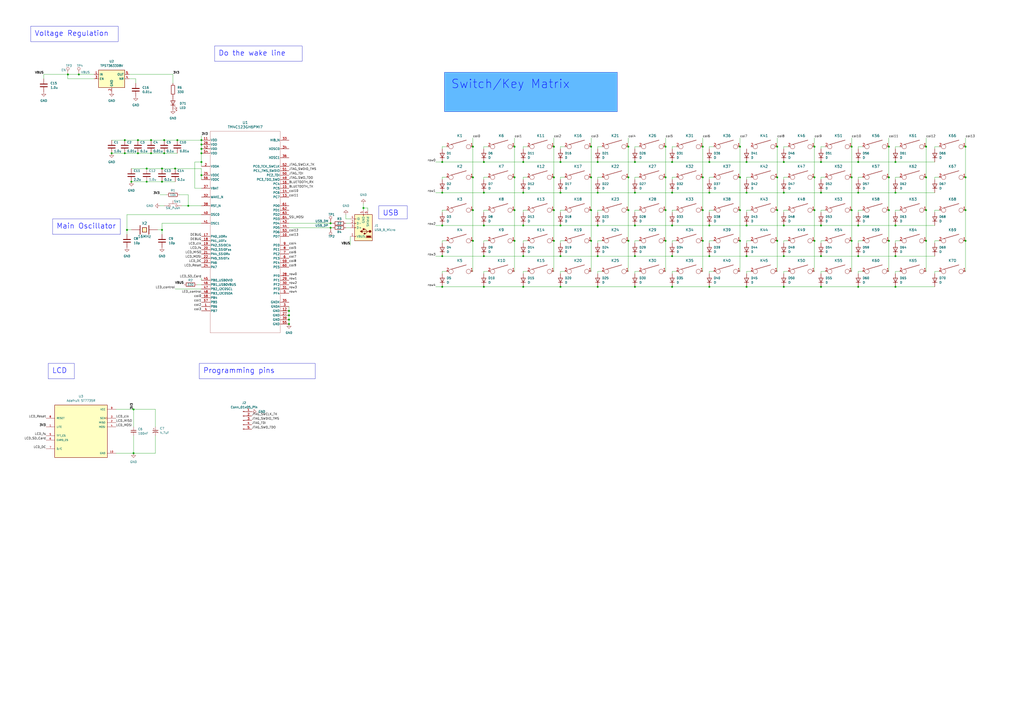
<source format=kicad_sch>
(kicad_sch (version 20230121) (generator eeschema)
  (paper "A2")
  (junction (at 274.32 85.09))
  (junction (at 346.71 111.76))
  (junction (at 472.44 85.09))
  (junction (at 519.43 166.37))
  (junction (at 346.71 166.37))
  (junction (at 537.21 139.7))
  (junction (at 386.08 121.92))
  (junction (at 368.3 148.59))
  (junction (at 497.84 111.76))
  (junction (at 450.85 85.09))
  (junction (at 39.37 43.18))
  (junction (at 389.89 166.37))
  (junction (at 321.31 121.92))
  (junction (at 364.49 121.92))
  (junction (at 116.84 93.98))
  (junction (at 494.03 102.87))
  (junction (at 497.84 93.98))
  (junction (at 494.03 85.09))
  (junction (at 389.89 148.59))
  (junction (at 342.9 102.87))
  (junction (at 303.53 166.37))
  (junction (at 476.25 111.76))
  (junction (at 256.54 111.76))
  (junction (at 101.6 97.79))
  (junction (at 102.87 81.28))
  (junction (at 515.62 121.92))
  (junction (at 325.12 111.76))
  (junction (at 433.07 130.81))
  (junction (at 433.07 148.59))
  (junction (at 93.98 105.41))
  (junction (at 411.48 93.98))
  (junction (at 280.67 148.59))
  (junction (at 560.07 85.09))
  (junction (at 560.07 102.87))
  (junction (at 454.66 166.37))
  (junction (at 77.47 237.49))
  (junction (at 537.21 85.09))
  (junction (at 280.67 111.76))
  (junction (at 472.44 102.87))
  (junction (at 537.21 102.87))
  (junction (at 346.71 130.81))
  (junction (at 515.62 102.87))
  (junction (at 429.26 85.09))
  (junction (at 346.71 93.98))
  (junction (at 116.84 81.28))
  (junction (at 116.84 83.82))
  (junction (at 386.08 102.87))
  (junction (at 411.48 166.37))
  (junction (at 321.31 139.7))
  (junction (at 325.12 148.59))
  (junction (at 342.9 85.09))
  (junction (at 116.84 86.36))
  (junction (at 407.67 139.7))
  (junction (at 280.67 130.81))
  (junction (at 303.53 93.98))
  (junction (at 93.98 133.35))
  (junction (at 407.67 85.09))
  (junction (at 274.32 102.87))
  (junction (at 519.43 111.76))
  (junction (at 116.84 101.6))
  (junction (at 476.25 93.98))
  (junction (at 476.25 130.81))
  (junction (at 411.48 130.81))
  (junction (at 342.9 139.7))
  (junction (at 167.64 180.34))
  (junction (at 476.25 148.59))
  (junction (at 256.54 148.59))
  (junction (at 298.45 139.7))
  (junction (at 454.66 148.59))
  (junction (at 95.25 81.28))
  (junction (at 325.12 130.81))
  (junction (at 191.77 129.54))
  (junction (at 407.67 121.92))
  (junction (at 364.49 85.09))
  (junction (at 386.08 139.7))
  (junction (at 303.53 111.76))
  (junction (at 450.85 121.92))
  (junction (at 364.49 139.7))
  (junction (at 411.48 111.76))
  (junction (at 191.77 132.08))
  (junction (at 389.89 93.98))
  (junction (at 76.2 105.41))
  (junction (at 429.26 139.7))
  (junction (at 95.25 88.9))
  (junction (at 72.39 81.28))
  (junction (at 303.53 148.59))
  (junction (at 325.12 93.98))
  (junction (at 450.85 102.87))
  (junction (at 85.09 105.41))
  (junction (at 274.32 139.7))
  (junction (at 411.48 148.59))
  (junction (at 433.07 111.76))
  (junction (at 472.44 139.7))
  (junction (at 519.43 93.98))
  (junction (at 519.43 130.81))
  (junction (at 93.98 97.79))
  (junction (at 346.71 148.59))
  (junction (at 64.77 88.9))
  (junction (at 450.85 139.7))
  (junction (at 298.45 102.87))
  (junction (at 494.03 121.92))
  (junction (at 298.45 85.09))
  (junction (at 303.53 130.81))
  (junction (at 368.3 93.98))
  (junction (at 537.21 121.92))
  (junction (at 256.54 93.98))
  (junction (at 364.49 102.87))
  (junction (at 116.84 88.9))
  (junction (at 167.64 182.88))
  (junction (at 497.84 166.37))
  (junction (at 87.63 81.28))
  (junction (at 497.84 148.59))
  (junction (at 368.3 166.37))
  (junction (at 368.3 111.76))
  (junction (at 87.63 88.9))
  (junction (at 368.3 130.81))
  (junction (at 85.09 97.79))
  (junction (at 454.66 130.81))
  (junction (at 389.89 130.81))
  (junction (at 210.82 120.65))
  (junction (at 429.26 102.87))
  (junction (at 298.45 121.92))
  (junction (at 280.67 166.37))
  (junction (at 515.62 139.7))
  (junction (at 515.62 85.09))
  (junction (at 73.66 133.35))
  (junction (at 560.07 139.7))
  (junction (at 280.67 93.98))
  (junction (at 256.54 166.37))
  (junction (at 167.64 185.42))
  (junction (at 476.25 166.37))
  (junction (at 77.47 262.89))
  (junction (at 497.84 130.81))
  (junction (at 321.31 102.87))
  (junction (at 407.67 102.87))
  (junction (at 72.39 88.9))
  (junction (at 472.44 121.92))
  (junction (at 389.89 111.76))
  (junction (at 274.32 121.92))
  (junction (at 433.07 93.98))
  (junction (at 454.66 111.76))
  (junction (at 560.07 121.92))
  (junction (at 45.72 43.18))
  (junction (at 494.03 139.7))
  (junction (at 321.31 85.09))
  (junction (at 80.01 81.28))
  (junction (at 256.54 130.81))
  (junction (at 325.12 166.37))
  (junction (at 433.07 166.37))
  (junction (at 429.26 121.92))
  (junction (at 167.64 187.96))
  (junction (at 109.22 119.38))
  (junction (at 519.43 148.59))
  (junction (at 342.9 121.92))
  (junction (at 386.08 85.09))
  (junction (at 454.66 93.98))
  (junction (at 80.01 88.9))
  (wire (pts (xy 542.29 102.87) (xy 544.83 102.87)))
  (wire (pts (xy 325.12 130.81) (xy 346.71 130.81)))
  (wire (pts (xy 256.54 93.98) (xy 280.67 93.98)))
  (wire (pts (xy 497.84 158.75) (xy 497.84 157.48)))
  (wire (pts (xy 497.84 121.92) (xy 500.38 121.92)))
  (wire (pts (xy 303.53 139.7) (xy 306.07 139.7)))
  (wire (pts (xy 386.08 102.87) (xy 386.08 121.92)))
  (wire (pts (xy 454.66 130.81) (xy 476.25 130.81)))
  (wire (pts (xy 407.67 121.92) (xy 407.67 139.7)))
  (wire (pts (xy 303.53 140.97) (xy 303.53 139.7)))
  (wire (pts (xy 411.48 139.7) (xy 414.02 139.7)))
  (wire (pts (xy 537.21 102.87) (xy 537.21 121.92)))
  (wire (pts (xy 433.07 130.81) (xy 454.66 130.81)))
  (wire (pts (xy 109.22 119.38) (xy 109.22 113.03)))
  (wire (pts (xy 80.01 88.9) (xy 87.63 88.9)))
  (wire (pts (xy 321.31 80.01) (xy 321.31 85.09)))
  (wire (pts (xy 537.21 121.92) (xy 537.21 139.7)))
  (wire (pts (xy 298.45 85.09) (xy 298.45 102.87)))
  (wire (pts (xy 346.71 148.59) (xy 368.3 148.59)))
  (wire (pts (xy 100.33 48.26) (xy 100.33 43.18)))
  (wire (pts (xy 454.66 121.92) (xy 457.2 121.92)))
  (wire (pts (xy 191.77 132.08) (xy 193.04 132.08)))
  (wire (pts (xy 476.25 121.92) (xy 478.79 121.92)))
  (wire (pts (xy 497.84 93.98) (xy 519.43 93.98)))
  (wire (pts (xy 519.43 86.36) (xy 519.43 85.09)))
  (wire (pts (xy 73.66 124.46) (xy 116.84 124.46)))
  (wire (pts (xy 454.66 85.09) (xy 457.2 85.09)))
  (wire (pts (xy 100.33 43.18) (xy 74.93 43.18)))
  (wire (pts (xy 256.54 121.92) (xy 259.08 121.92)))
  (wire (pts (xy 303.53 93.98) (xy 325.12 93.98)))
  (wire (pts (xy 364.49 121.92) (xy 364.49 139.7)))
  (wire (pts (xy 346.71 166.37) (xy 368.3 166.37)))
  (wire (pts (xy 167.64 180.34) (xy 167.64 182.88)))
  (wire (pts (xy 407.67 139.7) (xy 407.67 157.48)))
  (wire (pts (xy 325.12 166.37) (xy 346.71 166.37)))
  (wire (pts (xy 87.63 81.28) (xy 95.25 81.28)))
  (wire (pts (xy 210.82 118.11) (xy 210.82 120.65)))
  (wire (pts (xy 542.29 123.19) (xy 542.29 121.92)))
  (wire (pts (xy 321.31 139.7) (xy 321.31 157.48)))
  (wire (pts (xy 515.62 102.87) (xy 515.62 121.92)))
  (wire (pts (xy 364.49 85.09) (xy 364.49 102.87)))
  (wire (pts (xy 325.12 93.98) (xy 346.71 93.98)))
  (wire (pts (xy 497.84 148.59) (xy 519.43 148.59)))
  (wire (pts (xy 325.12 157.48) (xy 327.66 157.48)))
  (wire (pts (xy 411.48 85.09) (xy 414.02 85.09)))
  (wire (pts (xy 497.84 130.81) (xy 519.43 130.81)))
  (wire (pts (xy 433.07 121.92) (xy 435.61 121.92)))
  (wire (pts (xy 321.31 102.87) (xy 321.31 121.92)))
  (wire (pts (xy 45.72 43.18) (xy 39.37 43.18)))
  (wire (pts (xy 494.03 80.01) (xy 494.03 85.09)))
  (wire (pts (xy 411.48 102.87) (xy 414.02 102.87)))
  (wire (pts (xy 39.37 45.72) (xy 39.37 43.18)))
  (wire (pts (xy 411.48 104.14) (xy 411.48 102.87)))
  (wire (pts (xy 542.29 86.36) (xy 542.29 85.09)))
  (wire (pts (xy 325.12 111.76) (xy 346.71 111.76)))
  (wire (pts (xy 280.67 158.75) (xy 280.67 157.48)))
  (wire (pts (xy 368.3 104.14) (xy 368.3 102.87)))
  (wire (pts (xy 256.54 139.7) (xy 259.08 139.7)))
  (wire (pts (xy 321.31 121.92) (xy 321.31 139.7)))
  (wire (pts (xy 95.25 81.28) (xy 102.87 81.28)))
  (wire (pts (xy 411.48 86.36) (xy 411.48 85.09)))
  (wire (pts (xy 386.08 85.09) (xy 386.08 102.87)))
  (wire (pts (xy 90.17 247.65) (xy 90.17 237.49)))
  (wire (pts (xy 411.48 166.37) (xy 433.07 166.37)))
  (wire (pts (xy 497.84 166.37) (xy 519.43 166.37)))
  (wire (pts (xy 497.84 140.97) (xy 497.84 139.7)))
  (wire (pts (xy 433.07 93.98) (xy 454.66 93.98)))
  (wire (pts (xy 497.84 123.19) (xy 497.84 121.92)))
  (wire (pts (xy 256.54 111.76) (xy 280.67 111.76)))
  (wire (pts (xy 454.66 139.7) (xy 457.2 139.7)))
  (wire (pts (xy 389.89 123.19) (xy 389.89 121.92)))
  (wire (pts (xy 78.74 45.72) (xy 78.74 48.26)))
  (wire (pts (xy 476.25 86.36) (xy 476.25 85.09)))
  (wire (pts (xy 73.66 133.35) (xy 73.66 135.89)))
  (wire (pts (xy 346.71 86.36) (xy 346.71 85.09)))
  (wire (pts (xy 325.12 85.09) (xy 327.66 85.09)))
  (wire (pts (xy 346.71 93.98) (xy 368.3 93.98)))
  (wire (pts (xy 167.64 129.54) (xy 191.77 129.54)))
  (wire (pts (xy 93.98 133.35) (xy 93.98 135.89)))
  (wire (pts (xy 303.53 104.14) (xy 303.53 102.87)))
  (wire (pts (xy 476.25 93.98) (xy 497.84 93.98)))
  (wire (pts (xy 389.89 166.37) (xy 411.48 166.37)))
  (wire (pts (xy 116.84 97.79) (xy 101.6 97.79)))
  (wire (pts (xy 368.3 102.87) (xy 370.84 102.87)))
  (wire (pts (xy 252.73 130.81) (xy 256.54 130.81)))
  (wire (pts (xy 90.17 237.49) (xy 77.47 237.49)))
  (wire (pts (xy 303.53 157.48) (xy 306.07 157.48)))
  (wire (pts (xy 256.54 85.09) (xy 259.08 85.09)))
  (wire (pts (xy 472.44 85.09) (xy 472.44 102.87)))
  (wire (pts (xy 368.3 148.59) (xy 389.89 148.59)))
  (wire (pts (xy 364.49 102.87) (xy 364.49 121.92)))
  (wire (pts (xy 450.85 85.09) (xy 450.85 102.87)))
  (wire (pts (xy 85.09 97.79) (xy 93.98 97.79)))
  (wire (pts (xy 256.54 86.36) (xy 256.54 85.09)))
  (wire (pts (xy 389.89 158.75) (xy 389.89 157.48)))
  (wire (pts (xy 433.07 158.75) (xy 433.07 157.48)))
  (wire (pts (xy 476.25 139.7) (xy 478.79 139.7)))
  (wire (pts (xy 342.9 80.01) (xy 342.9 85.09)))
  (wire (pts (xy 64.77 81.28) (xy 72.39 81.28)))
  (wire (pts (xy 303.53 102.87) (xy 306.07 102.87)))
  (wire (pts (xy 298.45 80.01) (xy 298.45 85.09)))
  (wire (pts (xy 256.54 140.97) (xy 256.54 139.7)))
  (wire (pts (xy 91.44 133.35) (xy 93.98 133.35)))
  (wire (pts (xy 411.48 130.81) (xy 433.07 130.81)))
  (wire (pts (xy 325.12 121.92) (xy 327.66 121.92)))
  (wire (pts (xy 454.66 148.59) (xy 476.25 148.59)))
  (wire (pts (xy 116.84 109.22) (xy 113.03 109.22)))
  (wire (pts (xy 537.21 85.09) (xy 537.21 102.87)))
  (wire (pts (xy 560.07 102.87) (xy 560.07 121.92)))
  (wire (pts (xy 101.6 167.64) (xy 116.84 167.64)))
  (wire (pts (xy 429.26 85.09) (xy 429.26 102.87)))
  (wire (pts (xy 303.53 86.36) (xy 303.53 85.09)))
  (wire (pts (xy 519.43 123.19) (xy 519.43 121.92)))
  (wire (pts (xy 433.07 157.48) (xy 435.61 157.48)))
  (wire (pts (xy 368.3 86.36) (xy 368.3 85.09)))
  (wire (pts (xy 256.54 130.81) (xy 280.67 130.81)))
  (wire (pts (xy 39.37 43.18) (xy 25.4 43.18)))
  (wire (pts (xy 519.43 158.75) (xy 519.43 157.48)))
  (wire (pts (xy 411.48 123.19) (xy 411.48 121.92)))
  (wire (pts (xy 113.03 93.98) (xy 116.84 93.98)))
  (wire (pts (xy 497.84 111.76) (xy 519.43 111.76)))
  (wire (pts (xy 515.62 121.92) (xy 515.62 139.7)))
  (wire (pts (xy 386.08 121.92) (xy 386.08 139.7)))
  (wire (pts (xy 368.3 121.92) (xy 370.84 121.92)))
  (wire (pts (xy 342.9 102.87) (xy 342.9 121.92)))
  (wire (pts (xy 368.3 123.19) (xy 368.3 121.92)))
  (wire (pts (xy 346.71 102.87) (xy 349.25 102.87)))
  (wire (pts (xy 298.45 102.87) (xy 298.45 121.92)))
  (wire (pts (xy 560.07 80.01) (xy 560.07 85.09)))
  (wire (pts (xy 167.64 185.42) (xy 167.64 187.96)))
  (wire (pts (xy 368.3 166.37) (xy 389.89 166.37)))
  (wire (pts (xy 407.67 102.87) (xy 407.67 121.92)))
  (wire (pts (xy 368.3 157.48) (xy 370.84 157.48)))
  (wire (pts (xy 346.71 111.76) (xy 368.3 111.76)))
  (wire (pts (xy 90.17 262.89) (xy 77.47 262.89)))
  (wire (pts (xy 116.84 93.98) (xy 116.84 96.52)))
  (wire (pts (xy 497.84 86.36) (xy 497.84 85.09)))
  (wire (pts (xy 519.43 121.92) (xy 521.97 121.92)))
  (wire (pts (xy 303.53 111.76) (xy 325.12 111.76)))
  (wire (pts (xy 274.32 85.09) (xy 274.32 102.87)))
  (wire (pts (xy 25.4 43.18) (xy 25.4 45.72)))
  (wire (pts (xy 93.98 97.79) (xy 101.6 97.79)))
  (wire (pts (xy 256.54 102.87) (xy 259.08 102.87)))
  (wire (pts (xy 213.36 120.65) (xy 210.82 120.65)))
  (wire (pts (xy 411.48 93.98) (xy 433.07 93.98)))
  (wire (pts (xy 325.12 123.19) (xy 325.12 121.92)))
  (wire (pts (xy 54.61 43.18) (xy 45.72 43.18)))
  (wire (pts (xy 167.64 177.8) (xy 167.64 180.34)))
  (wire (pts (xy 537.21 80.01) (xy 537.21 85.09)))
  (wire (pts (xy 389.89 148.59) (xy 411.48 148.59)))
  (wire (pts (xy 389.89 157.48) (xy 392.43 157.48)))
  (wire (pts (xy 515.62 139.7) (xy 515.62 157.48)))
  (wire (pts (xy 274.32 102.87) (xy 274.32 121.92)))
  (wire (pts (xy 346.71 139.7) (xy 349.25 139.7)))
  (wire (pts (xy 472.44 139.7) (xy 472.44 157.48)))
  (wire (pts (xy 515.62 80.01) (xy 515.62 85.09)))
  (wire (pts (xy 280.67 157.48) (xy 283.21 157.48)))
  (wire (pts (xy 303.53 130.81) (xy 325.12 130.81)))
  (wire (pts (xy 116.84 101.6) (xy 116.84 97.79)))
  (wire (pts (xy 411.48 148.59) (xy 433.07 148.59)))
  (wire (pts (xy 454.66 157.48) (xy 457.2 157.48)))
  (wire (pts (xy 280.67 130.81) (xy 303.53 130.81)))
  (wire (pts (xy 76.2 97.79) (xy 85.09 97.79)))
  (wire (pts (xy 519.43 130.81) (xy 542.29 130.81)))
  (wire (pts (xy 494.03 139.7) (xy 494.03 157.48)))
  (wire (pts (xy 368.3 93.98) (xy 389.89 93.98)))
  (wire (pts (xy 72.39 81.28) (xy 80.01 81.28)))
  (wire (pts (xy 200.66 127) (xy 200.66 124.46)))
  (wire (pts (xy 542.29 139.7) (xy 544.83 139.7)))
  (wire (pts (xy 454.66 111.76) (xy 476.25 111.76)))
  (wire (pts (xy 411.48 121.92) (xy 414.02 121.92)))
  (wire (pts (xy 54.61 45.72) (xy 39.37 45.72)))
  (wire (pts (xy 429.26 102.87) (xy 429.26 121.92)))
  (wire (pts (xy 116.84 86.36) (xy 116.84 88.9)))
  (wire (pts (xy 342.9 85.09) (xy 342.9 102.87)))
  (wire (pts (xy 411.48 140.97) (xy 411.48 139.7)))
  (wire (pts (xy 450.85 102.87) (xy 450.85 121.92)))
  (wire (pts (xy 113.03 109.22) (xy 113.03 93.98)))
  (wire (pts (xy 280.67 140.97) (xy 280.67 139.7)))
  (wire (pts (xy 274.32 80.01) (xy 274.32 85.09)))
  (wire (pts (xy 433.07 104.14) (xy 433.07 102.87)))
  (wire (pts (xy 73.66 133.35) (xy 73.66 124.46)))
  (wire (pts (xy 256.54 148.59) (xy 280.67 148.59)))
  (wire (pts (xy 256.54 158.75) (xy 256.54 157.48)))
  (wire (pts (xy 325.12 104.14) (xy 325.12 102.87)))
  (wire (pts (xy 429.26 121.92) (xy 429.26 139.7)))
  (wire (pts (xy 280.67 148.59) (xy 303.53 148.59)))
  (wire (pts (xy 325.12 86.36) (xy 325.12 85.09)))
  (wire (pts (xy 450.85 139.7) (xy 450.85 157.48)))
  (wire (pts (xy 116.84 78.74) (xy 116.84 81.28)))
  (wire (pts (xy 274.32 121.92) (xy 274.32 139.7)))
  (wire (pts (xy 303.53 158.75) (xy 303.53 157.48)))
  (wire (pts (xy 346.71 140.97) (xy 346.71 139.7)))
  (wire (pts (xy 80.01 81.28) (xy 87.63 81.28)))
  (wire (pts (xy 252.73 93.98) (xy 256.54 93.98)))
  (wire (pts (xy 116.84 161.29) (xy 116.84 162.56)))
  (wire (pts (xy 72.39 88.9) (xy 80.01 88.9)))
  (wire (pts (xy 472.44 102.87) (xy 472.44 121.92)))
  (wire (pts (xy 280.67 104.14) (xy 280.67 102.87)))
  (wire (pts (xy 519.43 166.37) (xy 542.29 166.37)))
  (wire (pts (xy 519.43 104.14) (xy 519.43 102.87)))
  (wire (pts (xy 76.2 133.35) (xy 73.66 133.35)))
  (wire (pts (xy 116.84 88.9) (xy 116.84 93.98)))
  (wire (pts (xy 454.66 140.97) (xy 454.66 139.7)))
  (wire (pts (xy 537.21 139.7) (xy 537.21 157.48)))
  (wire (pts (xy 454.66 166.37) (xy 476.25 166.37)))
  (wire (pts (xy 497.84 157.48) (xy 500.38 157.48)))
  (wire (pts (xy 560.07 121.92) (xy 560.07 139.7)))
  (wire (pts (xy 280.67 139.7) (xy 283.21 139.7)))
  (wire (pts (xy 364.49 80.01) (xy 364.49 85.09)))
  (wire (pts (xy 368.3 158.75) (xy 368.3 157.48)))
  (wire (pts (xy 497.84 104.14) (xy 497.84 102.87)))
  (wire (pts (xy 433.07 139.7) (xy 435.61 139.7)))
  (wire (pts (xy 389.89 104.14) (xy 389.89 102.87)))
  (wire (pts (xy 497.84 139.7) (xy 500.38 139.7)))
  (wire (pts (xy 256.54 166.37) (xy 280.67 166.37)))
  (wire (pts (xy 303.53 166.37) (xy 325.12 166.37)))
  (wire (pts (xy 85.09 105.41) (xy 93.98 105.41)))
  (wire (pts (xy 407.67 80.01) (xy 407.67 85.09)))
  (wire (pts (xy 342.9 121.92) (xy 342.9 139.7)))
  (wire (pts (xy 519.43 139.7) (xy 521.97 139.7)))
  (wire (pts (xy 346.71 85.09) (xy 349.25 85.09)))
  (wire (pts (xy 346.71 121.92) (xy 349.25 121.92)))
  (wire (pts (xy 280.67 123.19) (xy 280.67 121.92)))
  (wire (pts (xy 303.53 121.92) (xy 306.07 121.92)))
  (wire (pts (xy 389.89 140.97) (xy 389.89 139.7)))
  (wire (pts (xy 433.07 111.76) (xy 454.66 111.76)))
  (wire (pts (xy 429.26 139.7) (xy 429.26 157.48)))
  (wire (pts (xy 303.53 123.19) (xy 303.53 121.92)))
  (wire (pts (xy 389.89 139.7) (xy 392.43 139.7)))
  (wire (pts (xy 476.25 104.14) (xy 476.25 102.87)))
  (wire (pts (xy 77.47 237.49) (xy 77.47 247.65)))
  (wire (pts (xy 454.66 86.36) (xy 454.66 85.09)))
  (wire (pts (xy 476.25 130.81) (xy 497.84 130.81)))
  (wire (pts (xy 515.62 85.09) (xy 515.62 102.87)))
  (wire (pts (xy 167.64 182.88) (xy 167.64 185.42)))
  (wire (pts (xy 389.89 121.92) (xy 392.43 121.92)))
  (wire (pts (xy 200.66 132.08) (xy 203.2 132.08)))
  (wire (pts (xy 280.67 102.87) (xy 283.21 102.87)))
  (wire (pts (xy 303.53 148.59) (xy 325.12 148.59)))
  (wire (pts (xy 433.07 140.97) (xy 433.07 139.7)))
  (wire (pts (xy 67.31 237.49) (xy 77.47 237.49)))
  (wire (pts (xy 321.31 85.09) (xy 321.31 102.87)))
  (wire (pts (xy 116.84 81.28) (xy 116.84 83.82)))
  (wire (pts (xy 280.67 93.98) (xy 303.53 93.98)))
  (wire (pts (xy 210.82 120.65) (xy 210.82 121.92)))
  (wire (pts (xy 93.98 133.35) (xy 93.98 129.54)))
  (wire (pts (xy 542.29 85.09) (xy 544.83 85.09)))
  (wire (pts (xy 476.25 166.37) (xy 497.84 166.37)))
  (wire (pts (xy 280.67 85.09) (xy 283.21 85.09)))
  (wire (pts (xy 454.66 123.19) (xy 454.66 121.92)))
  (wire (pts (xy 76.2 105.41) (xy 85.09 105.41)))
  (wire (pts (xy 342.9 139.7) (xy 342.9 157.48)))
  (wire (pts (xy 95.25 88.9) (xy 102.87 88.9)))
  (wire (pts (xy 102.87 81.28) (xy 116.84 81.28)))
  (wire (pts (xy 256.54 123.19) (xy 256.54 121.92)))
  (wire (pts (xy 389.89 93.98) (xy 411.48 93.98)))
  (wire (pts (xy 450.85 121.92) (xy 450.85 139.7)))
  (wire (pts (xy 476.25 140.97) (xy 476.25 139.7)))
  (wire (pts (xy 454.66 102.87) (xy 457.2 102.87)))
  (wire (pts (xy 476.25 123.19) (xy 476.25 121.92)))
  (wire (pts (xy 368.3 111.76) (xy 389.89 111.76)))
  (wire (pts (xy 560.07 85.09) (xy 560.07 102.87)))
  (wire (pts (xy 203.2 137.16) (xy 203.2 142.24)))
  (wire (pts (xy 542.29 157.48) (xy 544.83 157.48)))
  (wire (pts (xy 386.08 139.7) (xy 386.08 157.48)))
  (wire (pts (xy 476.25 148.59) (xy 497.84 148.59)))
  (wire (pts (xy 346.71 104.14) (xy 346.71 102.87)))
  (wire (pts (xy 389.89 85.09) (xy 392.43 85.09)))
  (wire (pts (xy 476.25 85.09) (xy 478.79 85.09)))
  (wire (pts (xy 476.25 102.87) (xy 478.79 102.87)))
  (wire (pts (xy 105.41 119.38) (xy 109.22 119.38)))
  (wire (pts (xy 519.43 93.98) (xy 542.29 93.98)))
  (wire (pts (xy 542.29 121.92) (xy 544.83 121.92)))
  (wire (pts (xy 280.67 86.36) (xy 280.67 85.09)))
  (wire (pts (xy 519.43 140.97) (xy 519.43 139.7)))
  (wire (pts (xy 346.71 158.75) (xy 346.71 157.48)))
  (wire (pts (xy 411.48 157.48) (xy 414.02 157.48)))
  (wire (pts (xy 368.3 130.81) (xy 389.89 130.81)))
  (wire (pts (xy 167.64 132.08) (xy 191.77 132.08)))
  (wire (pts (xy 542.29 158.75) (xy 542.29 157.48)))
  (wire (pts (xy 74.93 45.72) (xy 78.74 45.72)))
  (wire (pts (xy 252.73 111.76) (xy 256.54 111.76)))
  (wire (pts (xy 368.3 140.97) (xy 368.3 139.7)))
  (wire (pts (xy 519.43 157.48) (xy 521.97 157.48)))
  (wire (pts (xy 346.71 123.19) (xy 346.71 121.92)))
  (wire (pts (xy 256.54 104.14) (xy 256.54 102.87)))
  (wire (pts (xy 77.47 252.73) (xy 77.47 262.89)))
  (wire (pts (xy 274.32 139.7) (xy 274.32 157.48)))
  (wire (pts (xy 109.22 119.38) (xy 116.84 119.38)))
  (wire (pts (xy 542.29 104.14) (xy 542.29 102.87)))
  (wire (pts (xy 325.12 139.7) (xy 327.66 139.7)))
  (wire (pts (xy 256.54 157.48) (xy 259.08 157.48)))
  (wire (pts (xy 450.85 80.01) (xy 450.85 85.09)))
  (wire (pts (xy 325.12 102.87) (xy 327.66 102.87)))
  (wire (pts (xy 454.66 93.98) (xy 476.25 93.98)))
  (wire (pts (xy 116.84 83.82) (xy 116.84 86.36)))
  (wire (pts (xy 303.53 85.09) (xy 306.07 85.09)))
  (wire (pts (xy 472.44 80.01) (xy 472.44 85.09)))
  (wire (pts (xy 325.12 140.97) (xy 325.12 139.7)))
  (wire (pts (xy 542.29 140.97) (xy 542.29 139.7)))
  (wire (pts (xy 325.12 148.59) (xy 346.71 148.59)))
  (wire (pts (xy 411.48 158.75) (xy 411.48 157.48)))
  (wire (pts (xy 519.43 102.87) (xy 521.97 102.87)))
  (wire (pts (xy 298.45 121.92) (xy 298.45 139.7)))
  (wire (pts (xy 476.25 157.48) (xy 478.79 157.48)))
  (wire (pts (xy 476.25 111.76) (xy 497.84 111.76)))
  (wire (pts (xy 252.73 148.59) (xy 256.54 148.59)))
  (wire (pts (xy 429.26 80.01) (xy 429.26 85.09)))
  (wire (pts (xy 560.07 139.7) (xy 560.07 157.48)))
  (wire (pts (xy 87.63 88.9) (xy 95.25 88.9)))
  (wire (pts (xy 389.89 86.36) (xy 389.89 85.09)))
  (wire (pts (xy 454.66 104.14) (xy 454.66 102.87)))
  (wire (pts (xy 346.71 130.81) (xy 368.3 130.81)))
  (wire (pts (xy 389.89 130.81) (xy 411.48 130.81)))
  (wire (pts (xy 389.89 111.76) (xy 411.48 111.76)))
  (wire (pts (xy 90.17 252.73) (xy 90.17 262.89)))
  (wire (pts (xy 472.44 121.92) (xy 472.44 139.7)))
  (wire (pts (xy 64.77 88.9) (xy 72.39 88.9)))
  (wire (pts (xy 433.07 123.19) (xy 433.07 121.92)))
  (wire (pts (xy 386.08 80.01) (xy 386.08 85.09)))
  (wire (pts (xy 476.25 158.75) (xy 476.25 157.48)))
  (wire (pts (xy 280.67 166.37) (xy 303.53 166.37)))
  (wire (pts (xy 77.47 262.89) (xy 67.31 262.89)))
  (wire (pts (xy 519.43 148.59) (xy 542.29 148.59)))
  (wire (pts (xy 200.66 129.54) (xy 203.2 129.54)))
  (wire (pts (xy 497.84 102.87) (xy 500.38 102.87)))
  (wire (pts (xy 494.03 85.09) (xy 494.03 102.87)))
  (wire (pts (xy 433.07 102.87) (xy 435.61 102.87)))
  (wire (pts (xy 364.49 139.7) (xy 364.49 157.48)))
  (wire (pts (xy 411.48 111.76) (xy 433.07 111.76)))
  (wire (pts (xy 519.43 111.76) (xy 542.29 111.76)))
  (wire (pts (xy 346.71 157.48) (xy 349.25 157.48)))
  (wire (pts (xy 92.71 119.38) (xy 95.25 119.38)))
  (wire (pts (xy 497.84 85.09) (xy 500.38 85.09)))
  (wire (pts (xy 252.73 166.37) (xy 256.54 166.37)))
  (wire (pts (xy 191.77 129.54) (xy 193.04 129.54)))
  (wire (pts (xy 368.3 85.09) (xy 370.84 85.09)))
  (wire (pts (xy 407.67 85.09) (xy 407.67 102.87)))
  (wire (pts (xy 519.43 85.09) (xy 521.97 85.09)))
  (wire (pts (xy 213.36 121.92) (xy 213.36 120.65)))
  (wire (pts (xy 494.03 102.87) (xy 494.03 121.92)))
  (wire (pts (xy 92.71 113.03) (xy 96.52 113.03)))
  (wire (pts (xy 109.22 113.03) (xy 104.14 113.03)))
  (wire (pts (xy 116.84 101.6) (xy 116.84 104.14)))
  (wire (pts (xy 494.03 121.92) (xy 494.03 139.7)))
  (wire (pts (xy 325.12 158.75) (xy 325.12 157.48)))
  (wire (pts (xy 454.66 158.75) (xy 454.66 157.48)))
  (wire (pts (xy 93.98 129.54) (xy 116.84 129.54)))
  (wire (pts (xy 280.67 111.76) (xy 303.53 111.76)))
  (wire (pts (xy 433.07 166.37) (xy 454.66 166.37)))
  (wire (pts (xy 93.98 105.41) (xy 101.6 105.41)))
  (wire (pts (xy 368.3 139.7) (xy 370.84 139.7)))
  (wire (pts (xy 433.07 148.59) (xy 454.66 148.59)))
  (wire (pts (xy 203.2 127) (xy 200.66 127)))
  (wire (pts (xy 280.67 121.92) (xy 283.21 121.92)))
  (wire (pts (xy 389.89 102.87) (xy 392.43 102.87)))
  (wire (pts (xy 114.3 165.1) (xy 116.84 165.1)))
  (wire (pts (xy 298.45 139.7) (xy 298.45 157.48)))
  (text_box "Main Oscillator\n" (at 30.48 127 0) (size 39.37 8.89) (effects (font (size 3 3) (thickness 0.254) bold) (justify left top)))
  (text_box "Programming pins" (at 115.57 210.82 0) (size 67.31 8.89) (effects (font (size 3 3) (thickness 0.254) bold) (justify left top)))
  (text_box "USB" (at 219.71 119.38 0) (size 16.51 7.62) (effects (font (size 3 3) (thickness 0.254) bold) (justify left top)))
  (text_box "LCD" (at 27.94 210.82 0) (size 15.24 8.89) (effects (font (size 3 3) (thickness 0.254) bold) (justify left top)))
  (text_box "Voltage Regulation\n" (at 17.78 15.24 0) (size 50.8 8.89) (effects (font (size 3 3) (thickness 0.254) bold) (justify left top)))
  (text_box "Switch/Key Matrix\n" (at 257.81 41.91 0) (size 100.33 22.86) (fill (type color) (color 97 186 255 1)) (effects (font (size 5 5) (thickness 0.254) bold) (justify left top)))
  (text_box "Do the wake line\n" (at 124.46 26.67 0) (size 50.8 8.89) (effects (font (size 3 3) (thickness 0.254) bold) (justify left top)))
  (label "col9" (at 472.44 80.01 0))
  (label "col12" (at 537.21 80.01 0))
  (label "col7" (at 167.64 149.86 0))
  (label "row4" (at 252.73 166.37 180))
  (label "col6" (at 407.67 80.01 0))
  (label "JTAG_SWO_TDO" (at 146.05 248.92 0))
  (label "LCD_SD_Card" (at 116.84 161.29 180))
  (label "DEBUG" (at 116.84 139.7 180))
  (label "col3" (at 342.9 80.01 0))
  (label "LCD_SD_Card" (at 26.67 255.27 180))
  (label "col11" (at 167.64 114.3 0))
  (label "VBUS" (at 203.2 142.24 180) (effects (font (thickness 0.254) bold)))
  (label "col8" (at 450.85 80.01 0))
  (label "col12" (at 167.64 134.62 0))
  (label "JTAG_SWDIO_TMS" (at 146.05 243.84 0))
  (label "LCD_clk" (at 67.31 242.57 0))
  (label "LED_control" (at 116.84 170.18 180))
  (label "col0" (at 116.84 172.72 180))
  (label "3V3" (at 116.84 78.74 0) (effects (font bold)))
  (label "JTAG_TDI" (at 167.64 101.6 0))
  (label "row0" (at 167.64 160.02 0))
  (label "col9" (at 167.64 154.94 0))
  (label "LCD_MISO" (at 116.84 147.32 180))
  (label "col10" (at 167.64 111.76 0))
  (label "col13" (at 560.07 80.01 0))
  (label "col6" (at 167.64 147.32 0))
  (label "col3" (at 116.84 180.34 180))
  (label "LCD_Reset" (at 116.84 154.94 180))
  (label "row3" (at 167.64 167.64 0))
  (label "DEBUG" (at 116.84 137.16 180))
  (label "JTAG_SWCLK_TK" (at 146.05 241.3 0))
  (label "LCD_clk" (at 116.84 142.24 180))
  (label "col11" (at 515.62 80.01 0))
  (label "LCD_MISO" (at 67.31 245.11 0))
  (label "col5" (at 386.08 80.01 0))
  (label "col10" (at 494.03 80.01 0))
  (label "JTAG_SWO_TDO" (at 167.64 104.14 0))
  (label "col1" (at 298.45 80.01 0))
  (label "row2" (at 252.73 130.81 180))
  (label "3V3" (at 77.47 237.49 90) (effects (font bold)))
  (label "JTAG_SWCLK_TK" (at 167.64 96.52 0))
  (label "JTAG_TDI" (at 146.05 246.38 0))
  (label "LCD_DC" (at 26.67 260.35 180))
  (label "VBUS" (at 106.68 165.1 180) (effects (font (thickness 0.254) bold)))
  (label "LCD_fs" (at 26.67 252.73 180))
  (label "col13" (at 167.64 137.16 0))
  (label "col7" (at 429.26 80.01 0))
  (label "3V3" (at 92.71 113.03 180) (effects (font bold)))
  (label "LED_control" (at 101.6 167.64 180))
  (label "row3" (at 252.73 148.59 180))
  (label "col2" (at 116.84 177.8 180))
  (label "VBUS" (at 25.4 43.18 180) (effects (font (thickness 0.254) bold)))
  (label "BLUETOOTH_RX" (at 167.64 106.68 0))
  (label "row0" (at 252.73 93.98 180))
  (label "LCD_fs" (at 116.84 144.78 180))
  (label "3V3" (at 100.33 43.18 0) (effects (font bold)))
  (label "row1" (at 252.73 111.76 180))
  (label "col4" (at 364.49 80.01 0))
  (label "col8" (at 167.64 152.4 0))
  (label "col0" (at 274.32 80.01 0))
  (label "row2" (at 167.64 165.1 0))
  (label "col5" (at 167.64 144.78 0))
  (label "JTAG_SWDIO_TMS" (at 167.64 99.06 0))
  (label "SSI_MOSI" (at 167.64 127 0))
  (label "LCD_MOSI" (at 67.31 247.65 0))
  (label "LCD_DC" (at 116.84 152.4 180))
  (label "LCD_Reset" (at 26.67 242.57 180))
  (label "col2" (at 321.31 80.01 0))
  (label "col1" (at 116.84 175.26 180))
  (label "row1" (at 167.64 162.56 0))
  (label "col4" (at 167.64 142.24 0))
  (label "BLUETOOTH_TX" (at 167.64 109.22 0))
  (label "LCD_MOSI" (at 116.84 149.86 180))
  (label "3V3" (at 26.67 247.65 180) (effects (font bold)))
  (label "row4" (at 167.64 170.18 0))
  (symbol (lib_id "Device:D") (at 476.25 144.78 90) (unit 1)
    (property "Reference" "D54" (at 478.79 143.51 90) (effects (justify right)))
    (property "Value" "D" (at 478.79 146.05 90) (effects (justify right)))
    (property "Sim.Device" "D" (effects hide))
    (property "Sim.Pins" "1=K 2=A" (effects hide))
  )
  (symbol (lib_id "Device:D") (at 476.25 90.17 90) (unit 1)
    (property "Reference" "D51" (at 478.79 88.9 90) (effects (justify right)))
    (property "Value" "D" (at 478.79 91.44 90) (effects (justify right)))
    (property "Sim.Device" "D" (effects hide))
    (property "Sim.Pins" "1=K 2=A" (effects hide))
  )
  (symbol (lib_id "Device:D") (at 411.48 90.17 90) (unit 1)
    (property "Reference" "D36" (at 414.02 88.9 90) (effects (justify right)))
    (property "Value" "D" (at 414.02 91.44 90) (effects (justify right)))
    (property "Sim.Device" "D" (effects hide))
    (property "Sim.Pins" "1=K 2=A" (effects hide))
  )
  (symbol (lib_id "keyboard_parts:KEYSW") (at 400.05 85.09 0) (unit 1)
    (property "Reference" "K31" (at 400.05 78.74 0) (effects (font (size 1.524 1.524))))
    (property "Value" "KEYSW" (effects hide))
  )
  (symbol (lib_id "adafruit_st7735r:Adafruit ST7735R") (at 46.99 250.19 0) (unit 1)
    (property "Reference" "U3" (at 46.99 229.87 0))
    (property "Value" "Adafruit ST7735R" (at 46.99 232.41 0))
    (property "Footprint" "footprints:adafruit_st7735r" (effects hide))
    (property "Datasheet" "https://www.mouser.com/datasheet/2/737/ST7735R_V0_2-2489618.pdf" (effects hide))
    (property "Distributor" "Mouser" (effects hide))
    (property "Manufacturer" "Adafruit" (effects hide))
    (property "P/N" "358" (effects hide))
    (property "Cost" "19.95" (effects hide))
  )
  (symbol (lib_id "Device:D") (at 325.12 107.95 90) (unit 1)
    (property "Reference" "D17" (at 327.66 106.68 90) (effects (justify right)))
    (property "Value" "D" (at 327.66 109.22 90) (effects (justify right)))
    (property "Sim.Device" "D" (effects hide))
    (property "Sim.Pins" "1=K 2=A" (effects hide))
  )
  (symbol (lib_id "keyboard_parts:KEYSW") (at 443.23 157.48 0) (unit 1)
    (property "Reference" "K45" (at 443.23 151.13 0) (effects (font (size 1.524 1.524))))
    (property "Value" "KEYSW" (effects hide))
  )
  (symbol (lib_id "Device:C") (at 93.98 139.7 0) (unit 1)
    (property "Reference" "C9" (at 97.79 138.43 0) (effects (justify left)))
    (property "Value" "10p" (at 97.79 140.97 0) (effects (justify left)))
  )
  (symbol (lib_id "keyboard_parts:KEYSW") (at 290.83 139.7 0) (unit 1)
    (property "Reference" "K9" (at 290.83 133.35 0) (effects (font (size 1.524 1.524))))
    (property "Value" "KEYSW" (effects hide))
  )
  (symbol (lib_id "Connector:TestPoint") (at 191.77 129.54 0) (unit 1)
    (property "Reference" "TP1" (at 190.5 124.46 0) (effects (justify left)))
    (property "Value" "USB_DM" (at 182.88 128.27 0) (effects (justify left)))
  )
  (symbol (lib_id "Device:D") (at 280.67 127 90) (unit 1)
    (property "Reference" "D8" (at 283.21 125.73 90) (effects (justify right)))
    (property "Value" "D" (at 283.21 128.27 90) (effects (justify right)))
    (property "Sim.Device" "D" (effects hide))
    (property "Sim.Pins" "1=K 2=A" (effects hide))
  )
  (symbol (lib_id "Switch:SW_Push") (at 100.33 119.38 0) (unit 1)
    (property "Reference" "SW1" (at 102.87 116.84 0))
    (property "Value" "SW_Push" (at 100.33 120.65 0))
  )
  (symbol (lib_id "Device:D") (at 497.84 162.56 90) (unit 1)
    (property "Reference" "D60" (at 500.38 161.29 90) (effects (justify right)))
    (property "Value" "D" (at 500.38 163.83 90) (effects (justify right)))
    (property "Sim.Device" "D" (effects hide))
    (property "Sim.Pins" "1=K 2=A" (effects hide))
  )
  (symbol (lib_id "Connector:Conn_01x05_Pin") (at 140.97 243.84 0) (unit 1)
    (property "Reference" "J2" (at 141.605 233.68 0))
    (property "Value" "Conn_01x05_Pin" (at 141.605 236.22 0))
    (property "Footprint" "Connector_PinHeader_2.54mm:PinHeader_1x05_P2.54mm_Vertical" (effects hide))
  )
  (symbol (lib_id "Device:D") (at 454.66 162.56 90) (unit 1)
    (property "Reference" "D50" (at 457.2 161.29 90) (effects (justify right)))
    (property "Value" "D" (at 457.2 163.83 90) (effects (justify right)))
    (property "Sim.Device" "D" (effects hide))
    (property "Sim.Pins" "1=K 2=A" (effects hide))
  )
  (symbol (lib_id "Device:D") (at 519.43 107.95 90) (unit 1)
    (property "Reference" "D62" (at 521.97 106.68 90) (effects (justify right)))
    (property "Value" "D" (at 521.97 109.22 90) (effects (justify right)))
    (property "Sim.Device" "D" (effects hide))
    (property "Sim.Pins" "1=K 2=A" (effects hide))
  )
  (symbol (lib_id "Device:C") (at 93.98 101.6 0) (unit 1)
    (property "Reference" "C13" (at 95.25 99.06 0) (effects (justify left)))
    (property "Value" "0.1u" (at 95.25 104.14 0) (effects (justify left)))
  )
  (symbol (lib_id "Device:D") (at 389.89 107.95 90) (unit 1)
    (property "Reference" "D32" (at 392.43 106.68 90) (effects (justify right)))
    (property "Value" "D" (at 392.43 109.22 90) (effects (justify right)))
    (property "Sim.Device" "D" (effects hide))
    (property "Sim.Pins" "1=K 2=A" (effects hide))
  )
  (symbol (lib_id "Device:R") (at 110.49 165.1 90) (unit 1)
    (property "Reference" "R2" (at 110.49 162.56 90))
    (property "Value" "330" (at 110.49 165.1 90))
    (property "Footprint" "Resistor_SMD:R_0402_1005Metric" (effects hide))
  )
  (symbol (lib_id "Device:C") (at 87.63 85.09 0) (unit 1)
    (property "Reference" "C4" (at 88.9 82.55 0) (effects (justify left)))
    (property "Value" "0.01u" (at 88.9 87.63 0) (effects (justify left)))
  )
  (symbol (lib_id "Device:D") (at 497.84 127 90) (unit 1)
    (property "Reference" "D58" (at 500.38 125.73 90) (effects (justify right)))
    (property "Value" "D" (at 500.38 128.27 90) (effects (justify right)))
    (property "Sim.Device" "D" (effects hide))
    (property "Sim.Pins" "1=K 2=A" (effects hide))
  )
  (symbol (lib_id "power:GND") (at 76.2 105.41 0) (unit 1)
    (property "Reference" "#PWR08" (effects hide))
    (property "Value" "GND" (at 76.2 110.49 0))
  )
  (symbol (lib_id "Device:D") (at 519.43 127 90) (unit 1)
    (property "Reference" "D63" (at 521.97 125.73 90) (effects (justify right)))
    (property "Value" "D" (at 521.97 128.27 90) (effects (justify right)))
    (property "Sim.Device" "D" (effects hide))
    (property "Sim.Pins" "1=K 2=A" (effects hide))
  )
  (symbol (lib_id "Device:D") (at 542.29 162.56 90) (unit 1)
    (property "Reference" "D70" (at 544.83 161.29 90) (effects (justify right)))
    (property "Value" "D" (at 544.83 163.83 90) (effects (justify right)))
    (property "Sim.Device" "D" (effects hide))
    (property "Sim.Pins" "1=K 2=A" (effects hide))
  )
  (symbol (lib_id "Connector:TestPoint") (at 39.37 43.18 0) (unit 1)
    (property "Reference" "TP3" (at 38.1 38.1 0) (effects (justify left)))
    (property "Value" "EN" (at 35.56 40.64 0) (effects (justify left)))
  )
  (symbol (lib_id "Device:D") (at 280.67 90.17 90) (unit 1)
    (property "Reference" "D6" (at 283.21 88.9 90) (effects (justify right)))
    (property "Value" "D" (at 283.21 91.44 90) (effects (justify right)))
    (property "Sim.Device" "D" (effects hide))
    (property "Sim.Pins" "1=K 2=A" (effects hide))
  )
  (symbol (lib_id "Device:D") (at 303.53 107.95 90) (unit 1)
    (property "Reference" "D12" (at 306.07 106.68 90) (effects (justify right)))
    (property "Value" "D" (at 306.07 109.22 90) (effects (justify right)))
    (property "Sim.Device" "D" (effects hide))
    (property "Sim.Pins" "1=K 2=A" (effects hide))
  )
  (symbol (lib_id "Device:D") (at 368.3 107.95 90) (unit 1)
    (property "Reference" "D27" (at 370.84 106.68 90) (effects (justify right)))
    (property "Value" "D" (at 370.84 109.22 90) (effects (justify right)))
    (property "Sim.Device" "D" (effects hide))
    (property "Sim.Pins" "1=K 2=A" (effects hide))
  )
  (symbol (lib_id "keyboard_parts:KEYSW") (at 443.23 139.7 0) (unit 1)
    (property "Reference" "K44" (at 443.23 133.35 0) (effects (font (size 1.524 1.524))))
    (property "Value" "KEYSW" (effects hide))
  )
  (symbol (lib_id "Device:C") (at 25.4 49.53 0) (unit 1)
    (property "Reference" "C15" (at 29.21 48.26 0) (effects (justify left)))
    (property "Value" "1.0u" (at 29.21 50.8 0) (effects (justify left)))
    (property "Footprint" "Capacitor_SMD:C_0603_1608Metric_Pad1.08x0.95mm_HandSolder" (effects hide))
  )
  (symbol (lib_id "Device:D") (at 411.48 144.78 90) (unit 1)
    (property "Reference" "D39" (at 414.02 143.51 90) (effects (justify right)))
    (property "Value" "D" (at 414.02 146.05 90) (effects (justify right)))
    (property "Sim.Device" "D" (effects hide))
    (property "Sim.Pins" "1=K 2=A" (effects hide))
  )
  (symbol (lib_id "Device:R") (at 196.85 132.08 90) (unit 1)
    (property "Reference" "R4" (at 196.85 134.62 90))
    (property "Value" "22" (at 196.85 132.08 90))
    (property "Footprint" "Resistor_SMD:R_0402_1005Metric" (effects hide))
  )
  (symbol (lib_id "keyboard_parts:KEYSW") (at 421.64 139.7 0) (unit 1)
    (property "Reference" "K39" (at 421.64 133.35 0) (effects (font (size 1.524 1.524))))
    (property "Value" "KEYSW" (effects hide))
  )
  (symbol (lib_id "keyboard_parts:KEYSW") (at 400.05 157.48 0) (unit 1)
    (property "Reference" "K35" (at 400.05 151.13 0) (effects (font (size 1.524 1.524))))
    (property "Value" "KEYSW" (effects hide))
  )
  (symbol (lib_id "Device:D") (at 542.29 144.78 90) (unit 1)
    (property "Reference" "D69" (at 544.83 143.51 90) (effects (justify right)))
    (property "Value" "D" (at 544.83 146.05 90) (effects (justify right)))
    (property "Sim.Device" "D" (effects hide))
    (property "Sim.Pins" "1=K 2=A" (effects hide))
  )
  (symbol (lib_id "keyboard_parts:KEYSW") (at 464.82 85.09 0) (unit 1)
    (property "Reference" "K46" (at 464.82 78.74 0) (effects (font (size 1.524 1.524))))
    (property "Value" "KEYSW" (effects hide))
  )
  (symbol (lib_id "Device:C") (at 95.25 85.09 0) (unit 1)
    (property "Reference" "C5" (at 96.52 82.55 0) (effects (justify left)))
    (property "Value" "0.1u" (at 96.52 87.63 0) (effects (justify left)))
  )
  (symbol (lib_id "Device:R") (at 100.33 52.07 0) (unit 1)
    (property "Reference" "R6" (at 102.87 50.8 0) (effects (justify left)))
    (property "Value" "330" (at 102.87 53.34 0) (effects (justify left)))
    (property "Footprint" "Resistor_SMD:R_0402_1005Metric" (effects hide))
  )
  (symbol (lib_id "Device:LED") (at 100.33 59.69 90) (unit 1)
    (property "Reference" "D71" (at 104.14 60.0075 90) (effects (justify right)))
    (property "Value" "LED" (at 104.14 62.5475 90) (effects (justify right)))
  )
  (symbol (lib_id "keyboard_parts:KEYSW") (at 508 139.7 0) (unit 1)
    (property "Reference" "K59" (at 508 133.35 0) (effects (font (size 1.524 1.524))))
    (property "Value" "KEYSW" (effects hide))
  )
  (symbol (lib_id "Device:D") (at 368.3 162.56 90) (unit 1)
    (property "Reference" "D30" (at 370.84 161.29 90) (effects (justify right)))
    (property "Value" "D" (at 370.84 163.83 90) (effects (justify right)))
    (property "Sim.Device" "D" (effects hide))
    (property "Sim.Pins" "1=K 2=A" (effects hide))
  )
  (symbol (lib_id "Connector:TestPoint") (at 191.77 132.08 180) (unit 1)
    (property "Reference" "TP2" (at 190.5 137.16 0) (effects (justify right)))
    (property "Value" "USB_DP" (at 182.88 130.81 0) (effects (justify right)))
  )
  (symbol (lib_id "keyboard_parts:KEYSW") (at 421.64 121.92 0) (unit 1)
    (property "Reference" "K38" (at 421.64 115.57 0) (effects (font (size 1.524 1.524))))
    (property "Value" "KEYSW" (effects hide))
  )
  (symbol (lib_id "keyboard_parts:KEYSW") (at 378.46 102.87 0) (unit 1)
    (property "Reference" "K27" (at 378.46 96.52 0) (effects (font (size 1.524 1.524))))
    (property "Value" "KEYSW" (effects hide))
  )
  (symbol (lib_id "keyboard_parts:KEYSW") (at 313.69 102.87 0) (unit 1)
    (property "Reference" "K12" (at 313.69 96.52 0) (effects (font (size 1.524 1.524))))
    (property "Value" "KEYSW" (effects hide))
  )
  (symbol (lib_id "Device:D") (at 325.12 90.17 90) (unit 1)
    (property "Reference" "D16" (at 327.66 88.9 90) (effects (justify right)))
    (property "Value" "D" (at 327.66 91.44 90) (effects (justify right)))
    (property "Sim.Device" "D" (effects hide))
    (property "Sim.Pins" "1=K 2=A" (effects hide))
  )
  (symbol (lib_id "Regulator_Linear:TPS73633DBV") (at 64.77 45.72 0) (unit 1)
    (property "Reference" "U2" (at 64.77 35.56 0))
    (property "Value" "TPS73633DBV" (at 64.77 38.1 0))
    (property "Footprint" "Package_TO_SOT_SMD:SOT-23-5" (effects hide))
    (property "Datasheet" "http://www.ti.com/lit/ds/symlink/tps736.pdf" (effects hide))
  )
  (symbol (lib_id "power:GND") (at 146.05 238.76 90) (unit 1)
    (property "Reference" "#PWR014" (effects hide))
    (property "Value" "GND" (at 149.86 238.76 90) (effects (justify right)))
  )
  (symbol (lib_id "keyboard_parts:KEYSW") (at 313.69 121.92 0) (unit 1)
    (property "Reference" "K13" (at 313.69 115.57 0) (effects (font (size 1.524 1.524))))
    (property "Value" "KEYSW" (effects hide))
  )
  (symbol (lib_id "Device:D") (at 303.53 162.56 90) (unit 1)
    (property "Reference" "D15" (at 306.07 161.29 90) (effects (justify right)))
    (property "Value" "D" (at 306.07 163.83 90) (effects (justify right)))
    (property "Sim.Device" "D" (effects hide))
    (property "Sim.Pins" "1=K 2=A" (effects hide))
  )
  (symbol (lib_id "Device:D") (at 433.07 127 90) (unit 1)
    (property "Reference" "D43" (at 435.61 125.73 90) (effects (justify right)))
    (property "Value" "D" (at 435.61 128.27 90) (effects (justify right)))
    (property "Sim.Device" "D" (effects hide))
    (property "Sim.Pins" "1=K 2=A" (effects hide))
  )
  (symbol (lib_id "keyboard_parts:KEYSW") (at 266.7 85.09 0) (unit 1)
    (property "Reference" "K1" (at 266.7 78.74 0) (effects (font (size 1.524 1.524))))
    (property "Value" "KEYSW" (effects hide))
  )
  (symbol (lib_id "keyboard_parts:KEYSW") (at 290.83 157.48 0) (unit 1)
    (property "Reference" "K10" (at 290.83 151.13 0) (effects (font (size 1.524 1.524))))
    (property "Value" "KEYSW" (effects hide))
  )
  (symbol (lib_id "keyboard_parts:KEYSW") (at 443.23 85.09 0) (unit 1)
    (property "Reference" "K41" (at 443.23 78.74 0) (effects (font (size 1.524 1.524))))
    (property "Value" "KEYSW" (effects hide))
  )
  (symbol (lib_id "keyboard_parts:KEYSW") (at 400.05 102.87 0) (unit 1)
    (property "Reference" "K32" (at 400.05 96.52 0) (effects (font (size 1.524 1.524))))
    (property "Value" "KEYSW" (effects hide))
  )
  (symbol (lib_id "keyboard_parts:KEYSW") (at 529.59 157.48 0) (unit 1)
    (property "Reference" "K65" (at 529.59 151.13 0) (effects (font (size 1.524 1.524))))
    (property "Value" "KEYSW" (effects hide))
  )
  (symbol (lib_id "power:GND") (at 77.47 262.89 0) (unit 1)
    (property "Reference" "#PWR013" (effects hide))
    (property "Value" "GND" (at 77.47 267.97 0))
  )
  (symbol (lib_id "Device:D") (at 256.54 144.78 90) (unit 1)
    (property "Reference" "D4" (at 259.08 143.51 90) (effects (justify right)))
    (property "Value" "D" (at 259.08 146.05 90) (effects (justify right)))
    (property "Sim.Device" "D" (effects hide))
    (property "Sim.Pins" "1=K 2=A" (effects hide))
  )
  (symbol (lib_id "keyboard_parts:KEYSW") (at 356.87 121.92 0) (unit 1)
    (property "Reference" "K23" (at 356.87 115.57 0) (effects (font (size 1.524 1.524))))
    (property "Value" "KEYSW" (effects hide))
  )
  (symbol (lib_id "keyboard_parts:KEYSW") (at 552.45 121.92 0) (unit 1)
    (property "Reference" "K68" (at 552.45 115.57 0) (effects (font (size 1.524 1.524))))
    (property "Value" "KEYSW" (effects hide))
  )
  (symbol (lib_id "keyboard_parts:KEYSW") (at 552.45 102.87 0) (unit 1)
    (property "Reference" "K67" (at 552.45 96.52 0) (effects (font (size 1.524 1.524))))
    (property "Value" "KEYSW" (effects hide))
  )
  (symbol (lib_id "keyboard_parts:KEYSW") (at 400.05 121.92 0) (unit 1)
    (property "Reference" "K33" (at 400.05 115.57 0) (effects (font (size 1.524 1.524))))
    (property "Value" "KEYSW" (effects hide))
  )
  (symbol (lib_id "keyboard_parts:KEYSW") (at 552.45 157.48 0) (unit 1)
    (property "Reference" "K70" (at 552.45 151.13 0) (effects (font (size 1.524 1.524))))
    (property "Value" "KEYSW" (effects hide))
  )
  (symbol (lib_id "Connector:TestPoint") (at 45.72 43.18 0) (unit 1)
    (property "Reference" "TP4" (at 44.45 38.1 0) (effects (justify left)))
    (property "Value" "VBUS" (at 46.99 41.91 0) (effects (justify left)))
  )
  (symbol (lib_id "keyboard_parts:KEYSW") (at 266.7 157.48 0) (unit 1)
    (property "Reference" "K5" (at 266.7 151.13 0) (effects (font (size 1.524 1.524))))
    (property "Value" "KEYSW" (effects hide))
  )
  (symbol (lib_id "Device:D") (at 303.53 144.78 90) (unit 1)
    (property "Reference" "D14" (at 306.07 143.51 90) (effects (justify right)))
    (property "Value" "D" (at 306.07 146.05 90) (effects (justify right)))
    (property "Sim.Device" "D" (effects hide))
    (property "Sim.Pins" "1=K 2=A" (effects hide))
  )
  (symbol (lib_id "Device:D") (at 346.71 162.56 90) (unit 1)
    (property "Reference" "D25" (at 349.25 161.29 90) (effects (justify right)))
    (property "Value" "D" (at 349.25 163.83 90) (effects (justify right)))
    (property "Sim.Device" "D" (effects hide))
    (property "Sim.Pins" "1=K 2=A" (effects hide))
  )
  (symbol (lib_id "keyboard_parts:KEYSW") (at 378.46 157.48 0) (unit 1)
    (property "Reference" "K30" (at 378.46 151.13 0) (effects (font (size 1.524 1.524))))
    (property "Value" "KEYSW" (effects hide))
  )
  (symbol (lib_id "Device:D") (at 303.53 127 90) (unit 1)
    (property "Reference" "D13" (at 306.07 125.73 90) (effects (justify right)))
    (property "Value" "D" (at 306.07 128.27 90) (effects (justify right)))
    (property "Sim.Device" "D" (effects hide))
    (property "Sim.Pins" "1=K 2=A" (effects hide))
  )
  (symbol (lib_id "Device:D") (at 542.29 90.17 90) (unit 1)
    (property "Reference" "D66" (at 544.83 88.9 90) (effects (justify right)))
    (property "Value" "D" (at 544.83 91.44 90) (effects (justify right)))
    (property "Sim.Device" "D" (effects hide))
    (property "Sim.Pins" "1=K 2=A" (effects hide))
  )
  (symbol (lib_id "keyboard_parts:KEYSW") (at 335.28 139.7 0) (unit 1)
    (property "Reference" "K19" (at 335.28 133.35 0) (effects (font (size 1.524 1.524))))
    (property "Value" "KEYSW" (effects hide))
  )
  (symbol (lib_id "power:GND") (at 100.33 63.5 0) (unit 1)
    (property "Reference" "#PWR012" (effects hide))
    (property "Value" "GND" (at 100.33 68.58 0))
  )
  (symbol (lib_id "Device:D") (at 325.12 162.56 90) (unit 1)
    (property "Reference" "D20" (at 327.66 161.29 90) (effects (justify right)))
    (property "Value" "D" (at 327.66 163.83 90) (effects (justify right)))
    (property "Sim.Device" "D" (effects hide))
    (property "Sim.Pins" "1=K 2=A" (effects hide))
  )
  (symbol (lib_id "Device:D") (at 303.53 90.17 90) (unit 1)
    (property "Reference" "D11" (at 306.07 88.9 90) (effects (justify right)))
    (property "Value" "D" (at 306.07 91.44 90) (effects (justify right)))
    (property "Sim.Device" "D" (effects hide))
    (property "Sim.Pins" "1=K 2=A" (effects hide))
  )
  (symbol (lib_id "Device:D") (at 389.89 162.56 90) (unit 1)
    (property "Reference" "D35" (at 392.43 161.29 90) (effects (justify right)))
    (property "Value" "D" (at 392.43 163.83 90) (effects (justify right)))
    (property "Sim.Device" "D" (effects hide))
    (property "Sim.Pins" "1=K 2=A" (effects hide))
  )
  (symbol (lib_id "keyboard_parts:KEYSW") (at 508 102.87 0) (unit 1)
    (property "Reference" "K57" (at 508 96.52 0) (effects (font (size 1.524 1.524))))
    (property "Value" "KEYSW" (effects hide))
  )
  (symbol (lib_id "Device:D") (at 433.07 90.17 90) (unit 1)
    (property "Reference" "D41" (at 435.61 88.9 90) (effects (justify right)))
    (property "Value" "D" (at 435.61 91.44 90) (effects (justify right)))
    (property "Sim.Device" "D" (effects hide))
    (property "Sim.Pins" "1=K 2=A" (effects hide))
  )
  (symbol (lib_id "Device:D") (at 476.25 107.95 90) (unit 1)
    (property "Reference" "D52" (at 478.79 106.68 90) (effects (justify right)))
    (property "Value" "D" (at 478.79 109.22 90) (effects (justify right)))
    (property "Sim.Device" "D" (effects hide))
    (property "Sim.Pins" "1=K 2=A" (effects hide))
  )
  (symbol (lib_id "Device:D") (at 346.71 107.95 90) (unit 1)
    (property "Reference" "D22" (at 349.25 106.68 90) (effects (justify right)))
    (property "Value" "D" (at 349.25 109.22 90) (effects (justify right)))
    (property "Sim.Device" "D" (effects hide))
    (property "Sim.Pins" "1=K 2=A" (effects hide))
  )
  (symbol (lib_id "Device:D") (at 256.54 107.95 90) (unit 1)
    (property "Reference" "D2" (at 259.08 106.68 90) (effects (justify right)))
    (property "Value" "D" (at 259.08 109.22 90) (effects (justify right)))
    (property "Sim.Device" "D" (effects hide))
    (property "Sim.Pins" "1=K 2=A" (effects hide))
  )
  (symbol (lib_id "Device:D") (at 433.07 144.78 90) (unit 1)
    (property "Reference" "D44" (at 435.61 143.51 90) (effects (justify right)))
    (property "Value" "D" (at 435.61 146.05 90) (effects (justify right)))
    (property "Sim.Device" "D" (effects hide))
    (property "Sim.Pins" "1=K 2=A" (effects hide))
  )
  (symbol (lib_id "keyboard_parts:KEYSW") (at 335.28 85.09 0) (unit 1)
    (property "Reference" "K16" (at 335.28 78.74 0) (effects (font (size 1.524 1.524))))
    (property "Value" "KEYSW" (effects hide))
  )
  (symbol (lib_id "Device:C") (at 101.6 101.6 0) (unit 1)
    (property "Reference" "C14" (at 102.87 99.06 0) (effects (justify left)))
    (property "Value" "0.1u" (at 102.87 104.14 0) (effects (justify left)))
  )
  (symbol (lib_id "keyboard_parts:KEYSW") (at 266.7 102.87 0) (unit 1)
    (property "Reference" "K2" (at 266.7 96.52 0) (effects (font (size 1.524 1.524))))
    (property "Value" "KEYSW" (effects hide))
  )
  (symbol (lib_id "keyboard_parts:KEYSW") (at 421.64 85.09 0) (unit 1)
    (property "Reference" "K36" (at 421.64 78.74 0) (effects (font (size 1.524 1.524))))
    (property "Value" "KEYSW" (effects hide))
  )
  (symbol (lib_id "Device:C") (at 85.09 101.6 0) (unit 1)
    (property "Reference" "C12" (at 86.36 99.06 0) (effects (justify left)))
    (property "Value" "1.0u" (at 86.36 104.14 0) (effects (justify left)))
  )
  (symbol (lib_id "Device:D") (at 325.12 144.78 90) (unit 1)
    (property "Reference" "D19" (at 327.66 143.51 90) (effects (justify right)))
    (property "Value" "D" (at 327.66 146.05 90) (effects (justify right)))
    (property "Sim.Device" "D" (effects hide))
    (property "Sim.Pins" "1=K 2=A" (effects hide))
  )
  (symbol (lib_id "keyboard_parts:KEYSW") (at 529.59 139.7 0) (unit 1)
    (property "Reference" "K64" (at 529.59 133.35 0) (effects (font (size 1.524 1.524))))
    (property "Value" "KEYSW" (effects hide))
  )
  (symbol (lib_id "Device:D") (at 280.67 144.78 90) (unit 1)
    (property "Reference" "D9" (at 283.21 143.51 90) (effects (justify right)))
    (property "Value" "D" (at 283.21 146.05 90) (effects (justify right)))
    (property "Sim.Device" "D" (effects hide))
    (property "Sim.Pins" "1=K 2=A" (effects hide))
  )
  (symbol (lib_id "Device:C_Polarized_Small_US") (at 90.17 250.19 0) (unit 1)
    (property "Reference" "C7" (at 92.71 248.4882 0) (effects (justify left)))
    (property "Value" "4.7uF" (at 92.71 251.0282 0) (effects (justify left)))
    (property "Footprint" "Capacitor_SMD:C_0402_1005Metric" (effects hide))
  )
  (symbol (lib_id "Device:D") (at 389.89 144.78 90) (unit 1)
    (property "Reference" "D34" (at 392.43 143.51 90) (effects (justify right)))
    (property "Value" "D" (at 392.43 146.05 90) (effects (justify right)))
    (property "Sim.Device" "D" (effects hide))
    (property "Sim.Pins" "1=K 2=A" (effects hide))
  )
  (symbol (lib_id "keyboard_parts:KEYSW") (at 378.46 139.7 0) (unit 1)
    (property "Reference" "K29" (at 378.46 133.35 0) (effects (font (size 1.524 1.524))))
    (property "Value" "KEYSW" (effects hide))
  )
  (symbol (lib_id "keyboard_parts:KEYSW") (at 421.64 157.48 0) (unit 1)
    (property "Reference" "K40" (at 421.64 151.13 0) (effects (font (size 1.524 1.524))))
    (property "Value" "KEYSW" (effects hide))
  )
  (symbol (lib_id "Device:C") (at 80.01 85.09 0) (unit 1)
    (property "Reference" "C3" (at 81.28 82.55 0) (effects (justify left)))
    (property "Value" "0.1u" (at 81.28 87.63 0) (effects (justify left)))
  )
  (symbol (lib_id "keyboard_parts:KEYSW") (at 486.41 85.09 0) (unit 1)
    (property "Reference" "K51" (at 486.41 78.74 0) (effects (font (size 1.524 1.524))))
    (property "Value" "KEYSW" (effects hide))
  )
  (symbol (lib_id "keyboard_parts:KEYSW") (at 356.87 102.87 0) (unit 1)
    (property "Reference" "K22" (at 356.87 96.52 0) (effects (font (size 1.524 1.524))))
    (property "Value" "KEYSW" (effects hide))
  )
  (symbol (lib_id "Device:D") (at 476.25 162.56 90) (unit 1)
    (property "Reference" "D55" (at 478.79 161.29 90) (effects (justify right)))
    (property "Value" "D" (at 478.79 163.83 90) (effects (justify right)))
    (property "Sim.Device" "D" (effects hide))
    (property "Sim.Pins" "1=K 2=A" (effects hide))
  )
  (symbol (lib_id "power:GND") (at 64.77 53.34 0) (unit 1)
    (property "Reference" "#PWR010" (effects hide))
    (property "Value" "GND" (at 64.77 58.42 0))
  )
  (symbol (lib_id "Device:D") (at 542.29 107.95 90) (unit 1)
    (property "Reference" "D67" (at 544.83 106.68 90) (effects (justify right)))
    (property "Value" "D" (at 544.83 109.22 90) (effects (justify right)))
    (property "Sim.Device" "D" (effects hide))
    (property "Sim.Pins" "1=K 2=A" (effects hide))
  )
  (symbol (lib_id "keyboard_parts:KEYSW") (at 508 85.09 0) (unit 1)
    (property "Reference" "K56" (at 508 78.74 0) (effects (font (size 1.524 1.524))))
    (property "Value" "KEYSW" (effects hide))
  )
  (symbol (lib_id "keyboard_parts:KEYSW") (at 335.28 121.92 0) (unit 1)
    (property "Reference" "K18" (at 335.28 115.57 0) (effects (font (size 1.524 1.524))))
    (property "Value" "KEYSW" (effects hide))
  )
  (symbol (lib_id "keyboard_parts:KEYSW") (at 486.41 139.7 0) (unit 1)
    (property "Reference" "K54" (at 486.41 133.35 0) (effects (font (size 1.524 1.524))))
    (property "Value" "KEYSW" (effects hide))
  )
  (symbol (lib_id "Device:D") (at 346.71 144.78 90) (unit 1)
    (property "Reference" "D24" (at 349.25 143.51 90) (effects (justify right)))
    (property "Value" "D" (at 349.25 146.05 90) (effects (justify right)))
    (property "Sim.Device" "D" (effects hide))
    (property "Sim.Pins" "1=K 2=A" (effects hide))
  )
  (symbol (lib_id "Device:D") (at 476.25 127 90) (unit 1)
    (property "Reference" "D53" (at 478.79 125.73 90) (effects (justify right)))
    (property "Value" "D" (at 478.79 128.27 90) (effects (justify right)))
    (property "Sim.Device" "D" (effects hide))
    (property "Sim.Pins" "1=K 2=A" (effects hide))
  )
  (symbol (lib_id "Device:D") (at 280.67 162.56 90) (unit 1)
    (property "Reference" "D10" (at 283.21 161.29 90) (effects (justify right)))
    (property "Value" "D" (at 283.21 163.83 90) (effects (justify right)))
    (property "Sim.Device" "D" (effects hide))
    (property "Sim.Pins" "1=K 2=A" (effects hide))
  )
  (symbol (lib_id "Device:C") (at 76.2 101.6 0) (unit 1)
    (property "Reference" "C11" (at 77.47 99.06 0) (effects (justify left)))
    (property "Value" "2.2u" (at 77.47 104.14 0) (effects (justify left)))
  )
  (symbol (lib_id "Device:D") (at 368.3 90.17 90) (unit 1)
    (property "Reference" "D26" (at 370.84 88.9 90) (effects (justify right)))
    (property "Value" "D" (at 370.84 91.44 90) (effects (justify right)))
    (property "Sim.Device" "D" (effects hide))
    (property "Sim.Pins" "1=K 2=A" (effects hide))
  )
  (symbol (lib_id "Device:D") (at 454.66 144.78 90) (unit 1)
    (property "Reference" "D49" (at 457.2 143.51 90) (effects (justify right)))
    (property "Value" "D" (at 457.2 146.05 90) (effects (justify right)))
    (property "Sim.Device" "D" (effects hide))
    (property "Sim.Pins" "1=K 2=A" (effects hide))
  )
  (symbol (lib_id "Device:D") (at 389.89 127 90) (unit 1)
    (property "Reference" "D33" (at 392.43 125.73 90) (effects (justify right)))
    (property "Value" "D" (at 392.43 128.27 90) (effects (justify right)))
    (property "Sim.Device" "D" (effects hide))
    (property "Sim.Pins" "1=K 2=A" (effects hide))
  )
  (symbol (lib_id "Device:D") (at 256.54 162.56 90) (unit 1)
    (property "Reference" "D5" (at 259.08 161.29 90) (effects (justify right)))
    (property "Value" "D" (at 259.08 163.83 90) (effects (justify right)))
    (property "Sim.Device" "D" (effects hide))
    (property "Sim.Pins" "1=K 2=A" (effects hide))
  )
  (symbol (lib_id "keyboard_parts:KEYSW") (at 290.83 102.87 0) (unit 1)
    (property "Reference" "K7" (at 290.83 96.52 0) (effects (font (size 1.524 1.524))))
    (property "Value" "KEYSW" (effects hide))
  )
  (symbol (lib_id "Device:D") (at 433.07 162.56 90) (unit 1)
    (property "Reference" "D45" (at 435.61 161.29 90) (effects (justify right)))
    (property "Value" "D" (at 435.61 163.83 90) (effects (justify right)))
    (property "Sim.Device" "D" (effects hide))
    (property "Sim.Pins" "1=K 2=A" (effects hide))
  )
  (symbol (lib_id "Device:D") (at 454.66 90.17 90) (unit 1)
    (property "Reference" "D46" (at 457.2 88.9 90) (effects (justify right)))
    (property "Value" "D" (at 457.2 91.44 90) (effects (justify right)))
    (property "Sim.Device" "D" (effects hide))
    (property "Sim.Pins" "1=K 2=A" (effects hide))
  )
  (symbol (lib_id "keyboard_parts:KEYSW") (at 529.59 85.09 0) (unit 1)
    (property "Reference" "K61" (at 529.59 78.74 0) (effects (font (size 1.524 1.524))))
    (property "Value" "KEYSW" (effects hide))
  )
  (symbol (lib_id "Device:D") (at 346.71 90.17 90) (unit 1)
    (property "Reference" "D21" (at 349.25 88.9 90) (effects (justify right)))
    (property "Value" "D" (at 349.25 91.44 90) (effects (justify right)))
    (property "Sim.Device" "D" (effects hide))
    (property "Sim.Pins" "1=K 2=A" (effects hide))
  )
  (symbol (lib_id "Device:D") (at 497.84 90.17 90) (unit 1)
    (property "Reference" "D56" (at 500.38 88.9 90) (effects (justify right)))
    (property "Value" "D" (at 500.38 91.44 90) (effects (justify right)))
    (property "Sim.Device" "D" (effects hide))
    (property "Sim.Pins" "1=K 2=A" (effects hide))
  )
  (symbol (lib_id "power:GND") (at 64.77 88.9 0) (unit 1)
    (property "Reference" "#PWR01" (effects hide))
    (property "Value" "GND" (at 64.77 93.98 0))
  )
  (symbol (lib_id "keyboard_parts:KEYSW") (at 313.69 139.7 0) (unit 1)
    (property "Reference" "K14" (at 313.69 133.35 0) (effects (font (size 1.524 1.524))))
    (property "Value" "KEYSW" (effects hide))
  )
  (symbol (lib_id "keyboard_parts:KEYSW") (at 464.82 157.48 0) (unit 1)
    (property "Reference" "K50" (at 464.82 151.13 0) (effects (font (size 1.524 1.524))))
    (property "Value" "KEYSW" (effects hide))
  )
  (symbol (lib_id "Device:D") (at 411.48 127 90) (unit 1)
    (property "Reference" "D38" (at 414.02 125.73 90) (effects (justify right)))
    (property "Value" "D" (at 414.02 128.27 90) (effects (justify right)))
    (property "Sim.Device" "D" (effects hide))
    (property "Sim.Pins" "1=K 2=A" (effects hide))
  )
  (symbol (lib_id "Device:D") (at 411.48 107.95 90) (unit 1)
    (property "Reference" "D37" (at 414.02 106.68 90) (effects (justify right)))
    (property "Value" "D" (at 414.02 109.22 90) (effects (justify right)))
    (property "Sim.Device" "D" (effects hide))
    (property "Sim.Pins" "1=K 2=A" (effects hide))
  )
  (symbol (lib_id "keyboard_parts:KEYSW") (at 508 157.48 0) (unit 1)
    (property "Reference" "K60" (at 508 151.13 0) (effects (font (size 1.524 1.524))))
    (property "Value" "KEYSW" (effects hide))
  )
  (symbol (lib_id "keyboard_parts:KEYSW") (at 486.41 121.92 0) (unit 1)
    (property "Reference" "K53" (at 486.41 115.57 0) (effects (font (size 1.524 1.524))))
    (property "Value" "KEYSW" (effects hide))
  )
  (symbol (lib_id "Device:D") (at 454.66 107.95 90) (unit 1)
    (property "Reference" "D47" (at 457.2 106.68 90) (effects (justify right)))
    (property "Value" "D" (at 457.2 109.22 90) (effects (justify right)))
    (property "Sim.Device" "D" (effects hide))
    (property "Sim.Pins" "1=K 2=A" (effects hide))
  )
  (symbol (lib_id "Device:D") (at 454.66 127 90) (unit 1)
    (property "Reference" "D48" (at 457.2 125.73 90) (effects (justify right)))
    (property "Value" "D" (at 457.2 128.27 90) (effects (justify right)))
    (property "Sim.Device" "D" (effects hide))
    (property "Sim.Pins" "1=K 2=A" (effects hide))
  )
  (symbol (lib_id "keyboard_parts:KEYSW") (at 290.83 85.09 0) (unit 1)
    (property "Reference" "K6" (at 290.83 78.74 0) (effects (font (size 1.524 1.524))))
    (property "Value" "KEYSW" (effects hide))
  )
  (symbol (lib_id "power:GND") (at 167.64 187.96 0) (unit 1)
    (property "Reference" "#PWR05" (effects hide))
    (property "Value" "GND" (at 167.64 193.04 0))
  )
  (symbol (lib_id "keyboard_parts:KEYSW") (at 552.45 85.09 0) (unit 1)
    (property "Reference" "K66" (at 552.45 78.74 0) (effects (font (size 1.524 1.524))))
    (property "Value" "KEYSW" (effects hide))
  )
  (symbol (lib_id "keyboard_parts:KEYSW") (at 356.87 85.09 0) (unit 1)
    (property "Reference" "K21" (at 356.87 78.74 0) (effects (font (size 1.524 1.524))))
    (property "Value" "KEYSW" (effects hide))
  )
  (symbol (lib_id "keyboard_parts:KEYSW") (at 529.59 121.92 0) (unit 1)
    (property "Reference" "K63" (at 529.59 115.57 0) (effects (font (size 1.524 1.524))))
    (property "Value" "KEYSW" (effects hide))
  )
  (symbol (lib_id "TM4C123GH6PM:TM4C123GH6PMI7") (at 142.24 134.62 0) (unit 1)
    (property "Reference" "U1" (at 142.24 71.12 0) (effects (font (size 1.524 1.524))))
    (property "Value" "TM4C123GH6PMI7" (at 142.24 73.66 0) (effects (font (size 1.524 1.524))))
    (property "Footprint" "TM4C123GH6PM:PM0064A_L" (effects hide))
    (property "Datasheet" "TM4C123GH6PMI7" (effects hide))
  )
  (symbol (lib_id "Device:D") (at 280.67 107.95 90) (unit 1)
    (property "Reference" "D7" (at 283.21 106.68 90) (effects (justify right)))
    (property "Value" "D" (at 283.21 109.22 90) (effects (justify right)))
    (property "Sim.Device" "D" (effects hide))
    (property "Sim.Pins" "1=K 2=A" (effects hide))
  )
  (symbol (lib_id "keyboard_parts:XTAL") (at 83.82 133.35 0) (unit 1)
    (property "Reference" "X2" (at 83.82 129.54 0) (effects (font (size 1.524 1.524))))
    (property "Value" "16MHz" (at 83.82 137.16 0) (effects (font (size 1.524 1.524))))
  )
  (symbol (lib_id "power:GND") (at 78.74 55.88 0) (unit 1)
    (property "Reference" "#PWR011" (effects hide))
    (property "Value" "GND" (at 78.74 60.96 0))
  )
  (symbol (lib_id "keyboard_parts:KEYSW") (at 464.82 139.7 0) (unit 1)
    (property "Reference" "K49" (at 464.82 133.35 0) (effects (font (size 1.524 1.524))))
    (property "Value" "KEYSW" (effects hide))
  )
  (symbol (lib_id "keyboard_parts:KEYSW") (at 290.83 121.92 0) (unit 1)
    (property "Reference" "K8" (at 290.83 115.57 0) (effects (font (size 1.524 1.524))))
    (property "Value" "KEYSW" (effects hide))
  )
  (symbol (lib_id "Device:D") (at 497.84 144.78 90) (unit 1)
    (property "Reference" "D59" (at 500.38 143.51 90) (effects (justify right)))
    (property "Value" "D" (at 500.38 146.05 90) (effects (justify right)))
    (property "Sim.Device" "D" (effects hide))
    (property "Sim.Pins" "1=K 2=A" (effects hide))
  )
  (symbol (lib_id "Device:R") (at 100.33 113.03 270) (unit 1)
    (property "Reference" "R1" (at 100.33 110.49 90))
    (property "Value" "10k" (at 100.33 113.03 90))
    (property "Footprint" "Resistor_SMD:R_0402_1005Metric" (effects hide))
  )
  (symbol (lib_id "Device:R") (at 196.85 129.54 90) (unit 1)
    (property "Reference" "R3" (at 196.85 127 90))
    (property "Value" "22" (at 196.85 129.54 90))
    (property "Footprint" "Resistor_SMD:R_0402_1005Metric" (effects hide))
  )
  (symbol (lib_id "Device:C") (at 64.77 85.09 0) (unit 1)
    (property "Reference" "C1" (at 66.04 82.55 0) (effects (justify left)))
    (property "Value" "1.0u" (at 66.04 87.63 0) (effects (justify left)))
  )
  (symbol (lib_id "keyboard_parts:KEYSW") (at 421.64 102.87 0) (unit 1)
    (property "Reference" "K37" (at 421.64 96.52 0) (effects (font (size 1.524 1.524))))
    (property "Value" "KEYSW" (effects hide))
  )
  (symbol (lib_id "power:GND") (at 210.82 118.11 180) (unit 1)
    (property "Reference" "#PWR04" (effects hide))
    (property "Value" "GND" (at 210.82 113.03 0))
  )
  (symbol (lib_id "power:GND") (at 25.4 53.34 0) (unit 1)
    (property "Reference" "#PWR09" (effects hide))
    (property "Value" "GND" (at 25.4 58.42 0))
  )
  (symbol (lib_id "keyboard_parts:KEYSW") (at 378.46 121.92 0) (unit 1)
    (property "Reference" "K28" (at 378.46 115.57 0) (effects (font (size 1.524 1.524))))
    (property "Value" "KEYSW" (effects hide))
  )
  (symbol (lib_id "keyboard_parts:KEYSW") (at 508 121.92 0) (unit 1)
    (property "Reference" "K58" (at 508 115.57 0) (effects (font (size 1.524 1.524))))
    (property "Value" "KEYSW" (effects hide))
  )
  (symbol (lib_id "Device:D") (at 256.54 90.17 90) (unit 1)
    (property "Reference" "D1" (at 259.08 88.9 90) (effects (justify right)))
    (property "Value" "D" (at 259.08 91.44 90) (effects (justify right)))
    (property "Sim.Device" "D" (effects hide))
    (property "Sim.Pins" "1=K 2=A" (effects hide))
  )
  (symbol (lib_id "Device:D") (at 433.07 107.95 90) (unit 1)
    (property "Reference" "D42" (at 435.61 106.68 90) (effects (justify right)))
    (property "Value" "D" (at 435.61 109.22 90) (effects (justify right)))
    (property "Sim.Device" "D" (effects hide))
    (property "Sim.Pins" "1=K 2=A" (effects hide))
  )
  (symbol (lib_id "keyboard_parts:KEYSW") (at 378.46 85.09 0) (unit 1)
    (property "Reference" "K26" (at 378.46 78.74 0) (effects (font (size 1.524 1.524))))
    (property "Value" "KEYSW" (effects hide))
  )
  (symbol (lib_id "Device:D") (at 368.3 144.78 90) (unit 1)
    (property "Reference" "D29" (at 370.84 143.51 90) (effects (justify right)))
    (property "Value" "D" (at 370.84 146.05 90) (effects (justify right)))
    (property "Sim.Device" "D" (effects hide))
    (property "Sim.Pins" "1=K 2=A" (effects hide))
  )
  (symbol (lib_id "keyboard_parts:KEYSW") (at 486.41 102.87 0) (unit 1)
    (property "Reference" "K52" (at 486.41 96.52 0) (effects (font (size 1.524 1.524))))
    (property "Value" "KEYSW" (effects hide))
  )
  (symbol (lib_id "Device:D") (at 411.48 162.56 90) (unit 1)
    (property "Reference" "D40" (at 414.02 161.29 90) (effects (justify right)))
    (property "Value" "D" (at 414.02 163.83 90) (effects (justify right)))
    (property "Sim.Device" "D" (effects hide))
    (property "Sim.Pins" "1=K 2=A" (effects hide))
  )
  (symbol (lib_id "power:GND") (at 200.66 124.46 180) (unit 1)
    (property "Reference" "#PWR03" (effects hide))
    (property "Value" "GND" (at 200.66 119.38 0))
  )
  (symbol (lib_id "Device:D") (at 389.89 90.17 90) (unit 1)
    (property "Reference" "D31" (at 392.43 88.9 90) (effects (justify right)))
    (property "Value" "D" (at 392.43 91.44 90) (effects (justify right)))
    (property "Sim.Device" "D" (effects hide))
    (property "Sim.Pins" "1=K 2=A" (effects hide))
  )
  (symbol (lib_id "power:GND") (at 73.66 143.51 0) (unit 1)
    (property "Reference" "#PWR06" (effects hide))
    (property "Value" "GND" (at 73.66 148.59 0))
  )
  (symbol (lib_id "keyboard_parts:KEYSW") (at 335.28 157.48 0) (unit 1)
    (property "Reference" "K20" (at 335.28 151.13 0) (effects (font (size 1.524 1.524))))
    (property "Value" "KEYSW" (effects hide))
  )
  (symbol (lib_id "Device:D") (at 368.3 127 90) (unit 1)
    (property "Reference" "D28" (at 370.84 125.73 90) (effects (justify right)))
    (property "Value" "D" (at 370.84 128.27 90) (effects (justify right)))
    (property "Sim.Device" "D" (effects hide))
    (property "Sim.Pins" "1=K 2=A" (effects hide))
  )
  (symbol (lib_id "keyboard_parts:KEYSW") (at 400.05 139.7 0) (unit 1)
    (property "Reference" "K34" (at 400.05 133.35 0) (effects (font (size 1.524 1.524))))
    (property "Value" "KEYSW" (effects hide))
  )
  (symbol (lib_id "Device:C") (at 72.39 85.09 0) (unit 1)
    (property "Reference" "C2" (at 73.66 82.55 0) (effects (justify left)))
    (property "Value" "0.01u" (at 73.66 87.63 0) (effects (justify left)))
  )
  (symbol (lib_id "Device:D") (at 497.84 107.95 90) (unit 1)
    (property "Reference" "D57" (at 500.38 106.68 90) (effects (justify right)))
    (property "Value" "D" (at 500.38 109.22 90) (effects (justify right)))
    (property "Sim.Device" "D" (effects hide))
    (property "Sim.Pins" "1=K 2=A" (effects hide))
  )
  (symbol (lib_id "Device:C_Small") (at 77.47 250.19 0) (unit 1)
    (property "Reference" "C6" (at 80.01 248.9263 0) (effects (justify left)))
    (property "Value" "100nF" (at 80.01 251.4663 0) (effects (justify left)))
    (property "Footprint" "Capacitor_SMD:C_0402_1005Metric" (effects hide))
  )
  (symbol (lib_id "power:GND") (at 93.98 143.51 0) (unit 1)
    (property "Reference" "#PWR07" (effects hide))
    (property "Value" "GND" (at 93.98 148.59 0))
  )
  (symbol (lib_id "Device:D") (at 519.43 90.17 90) (unit 1)
    (property "Reference" "D61" (at 521.97 88.9 90) (effects (justify right)))
    (property "Value" "D" (at 521.97 91.44 90) (effects (justify right)))
    (property "Sim.Device" "D" (effects hide))
    (property "Sim.Pins" "1=K 2=A" (effects hide))
  )
  (symbol (lib_id "Device:D") (at 542.29 127 90) (unit 1)
    (property "Reference" "D68" (at 544.83 125.73 90) (effects (justify right)))
    (property "Value" "D" (at 544.83 128.27 90) (effects (justify right)))
    (property "Sim.Device" "D" (effects hide))
    (property "Sim.Pins" "1=K 2=A" (effects hide))
  )
  (symbol (lib_id "keyboard_parts:KEYSW") (at 335.28 102.87 0) (unit 1)
    (property "Reference" "K17" (at 335.28 96.52 0) (effects (font (size 1.524 1.524))))
    (property "Value" "KEYSW" (effects hide))
  )
  (symbol (lib_id "Device:D") (at 519.43 144.78 90) (unit 1)
    (property "Reference" "D64" (at 521.97 143.51 90) (effects (justify right)))
    (property "Value" "D" (at 521.97 146.05 90) (effects (justify right)))
    (property "Sim.Device" "D" (effects hide))
    (property "Sim.Pins" "1=K 2=A" (effects hide))
  )
  (symbol (lib_id "Device:D") (at 519.43 162.56 90) (unit 1)
    (property "Reference" "D65" (at 521.97 161.29 90) (effects (justify right)))
    (property "Value" "D" (at 521.97 163.83 90) (effects (justify right)))
    (property "Sim.Device" "D" (effects hide))
    (property "Sim.Pins" "1=K 2=A" (effects hide))
  )
  (symbol (lib_id "keyboard_parts:KEYSW") (at 552.45 139.7 0) (unit 1)
    (property "Reference" "K69" (at 552.45 133.35 0) (effects (font (size 1.524 1.524))))
    (property "Value" "KEYSW" (effects hide))
  )
  (symbol (lib_id "keyboard_parts:KEYSW") (at 313.69 157.48 0) (unit 1)
    (property "Reference" "K15" (at 313.69 151.13 0) (effects (font (size 1.524 1.524))))
    (property "Value" "KEYSW" (effects hide))
  )
  (symbol (lib_id "keyboard_parts:KEYSW") (at 266.7 121.92 0) (unit 1)
    (property "Reference" "K3" (at 266.7 115.57 0) (effects (font (size 1.524 1.524))))
    (property "Value" "KEYSW" (effects hide))
  )
  (symbol (lib_id "Connector:USB_B_Micro") (at 210.82 132.08 180) (unit 1)
    (property "Reference" "J1" (at 217.17 130.81 0) (effects (justify right)))
    (property "Value" "USB_B_Micro" (at 217.17 133.35 0) (effects (justify right)))
  )
  (symbol (lib_id "keyboard_parts:KEYSW") (at 313.69 85.09 0) (unit 1)
    (property "Reference" "K11" (at 313.69 78.74 0) (effects (font (size 1.524 1.524))))
    (property "Value" "KEYSW" (effects hide))
  )
  (symbol (lib_id "keyboard_parts:KEYSW") (at 356.87 139.7 0) (unit 1)
    (property "Reference" "K24" (at 356.87 133.35 0) (effects (font (size 1.524 1.524))))
    (property "Value" "KEYSW" (effects hide))
  )
  (symbol (lib_id "Device:D") (at 256.54 127 90) (unit 1)
    (property "Reference" "D3" (at 259.08 125.73 90) (effects (justify right)))
    (property "Value" "D" (at 259.08 128.27 90) (effects (justify right)))
    (property "Sim.Device" "D" (effects hide))
    (property "Sim.Pins" "1=K 2=A" (effects hide))
  )
  (symbol (lib_id "keyboard_parts:KEYSW") (at 356.87 157.48 0) (unit 1)
    (property "Reference" "K25" (at 356.87 151.13 0) (effects (font (size 1.524 1.524))))
    (property "Value" "KEYSW" (effects hide))
  )
  (symbol (lib_id "keyboard_parts:KEYSW") (at 529.59 102.87 0) (unit 1)
    (property "Reference" "K62" (at 529.59 96.52 0) (effects (font (size 1.524 1.524))))
    (property "Value" "KEYSW" (effects hide))
  )
  (symbol (lib_id "Device:C") (at 73.66 139.7 0) (unit 1)
    (property "Reference" "C8" (at 77.47 138.43 0) (effects (justify left)))
    (property "Value" "10p" (at 77.47 140.97 0) (effects (justify left)))
  )
  (symbol (lib_id "keyboard_parts:KEYSW") (at 266.7 139.7 0) (unit 1)
    (property "Reference" "K4" (at 266.7 133.35 0) (effects (font (size 1.524 1.524))))
    (property "Value" "KEYSW" (effects hide))
  )
  (symbol (lib_id "power:GND") (at 92.71 119.38 270) (unit 1)
    (property "Reference" "#PWR02" (effects hide))
    (property "Value" "GND" (at 88.9 119.38 90) (effects (justify right)))
  )
  (symbol (lib_id "Device:D") (at 325.12 127 90) (unit 1)
    (property "Reference" "D18" (at 327.66 125.73 90) (effects (justify right)))
    (property "Value" "D" (at 327.66 128.27 90) (effects (justify right)))
    (property "Sim.Device" "D" (effects hide))
    (property "Sim.Pins" "1=K 2=A" (effects hide))
  )
  (symbol (lib_id "keyboard_parts:KEYSW") (at 464.82 102.87 0) (unit 1)
    (property "Reference" "K47" (at 464.82 96.52 0) (effects (font (size 1.524 1.524))))
    (property "Value" "KEYSW" (effects hide))
  )
  (symbol (lib_id "keyboard_parts:KEYSW") (at 443.23 102.87 0) (unit 1)
    (property "Reference" "K42" (at 443.23 96.52 0) (effects (font (size 1.524 1.524))))
    (property "Value" "KEYSW" (effects hide))
  )
  (symbol (lib_id "Device:C") (at 102.87 85.09 0) (unit 1)
    (property "Reference" "C10" (at 104.14 82.55 0) (effects (justify left)))
    (property "Value" "0.01u" (at 104.14 87.63 0) (effects (justify left)))
  )
  (symbol (lib_id "Device:D") (at 346.71 127 90) (unit 1)
    (property "Reference" "D23" (at 349.25 125.73 90) (effects (justify right)))
    (property "Value" "D" (at 349.25 128.27 90) (effects (justify right)))
    (property "Sim.Device" "D" (effects hide))
    (property "Sim.Pins" "1=K 2=A" (effects hide))
  )
  (symbol (lib_id "Device:C") (at 78.74 52.07 0) (unit 1)
    (property "Reference" "C16" (at 82.55 50.8 0) (effects (justify left)))
    (property "Value" "0.01u" (at 82.55 53.34 0) (effects (justify left)))
    (property "Footprint" "Capacitor_SMD:C_0603_1608Metric_Pad1.08x0.95mm_HandSolder" (effects hide))
  )
  (symbol (lib_id "keyboard_parts:KEYSW") (at 464.82 121.92 0) (unit 1)
    (property "Reference" "K48" (at 464.82 115.57 0) (effects (font (size 1.524 1.524))))
    (property "Value" "KEYSW" (effects hide))
  )
  (symbol (lib_id "keyboard_parts:KEYSW") (at 443.23 121.92 0) (unit 1)
    (property "Reference" "K43" (at 443.23 115.57 0) (effects (font (size 1.524 1.524))))
    (property "Value" "KEYSW" (effects hide))
  )
  (symbol (lib_id "keyboard_parts:KEYSW") (at 486.41 157.48 0) (unit 1)
    (property "Reference" "K55" (at 486.41 151.13 0) (effects (font (size 1.524 1.524))))
    (property "Value" "KEYSW" (effects hide))
  )
)
</source>
